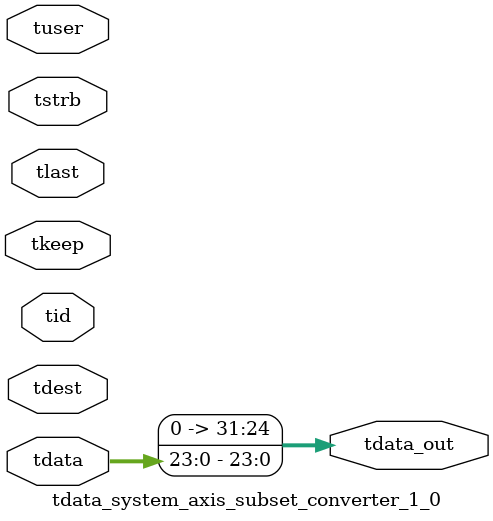
<source format=v>


`timescale 1ps/1ps

module tdata_system_axis_subset_converter_1_0 #
(
parameter C_S_AXIS_TDATA_WIDTH = 32,
parameter C_S_AXIS_TUSER_WIDTH = 0,
parameter C_S_AXIS_TID_WIDTH   = 0,
parameter C_S_AXIS_TDEST_WIDTH = 0,
parameter C_M_AXIS_TDATA_WIDTH = 32
)
(
input  [(C_S_AXIS_TDATA_WIDTH == 0 ? 1 : C_S_AXIS_TDATA_WIDTH)-1:0     ] tdata,
input  [(C_S_AXIS_TUSER_WIDTH == 0 ? 1 : C_S_AXIS_TUSER_WIDTH)-1:0     ] tuser,
input  [(C_S_AXIS_TID_WIDTH   == 0 ? 1 : C_S_AXIS_TID_WIDTH)-1:0       ] tid,
input  [(C_S_AXIS_TDEST_WIDTH == 0 ? 1 : C_S_AXIS_TDEST_WIDTH)-1:0     ] tdest,
input  [(C_S_AXIS_TDATA_WIDTH/8)-1:0 ] tkeep,
input  [(C_S_AXIS_TDATA_WIDTH/8)-1:0 ] tstrb,
input                                                                    tlast,
output [C_M_AXIS_TDATA_WIDTH-1:0] tdata_out
);

assign tdata_out = {tdata[23:0]};

endmodule


</source>
